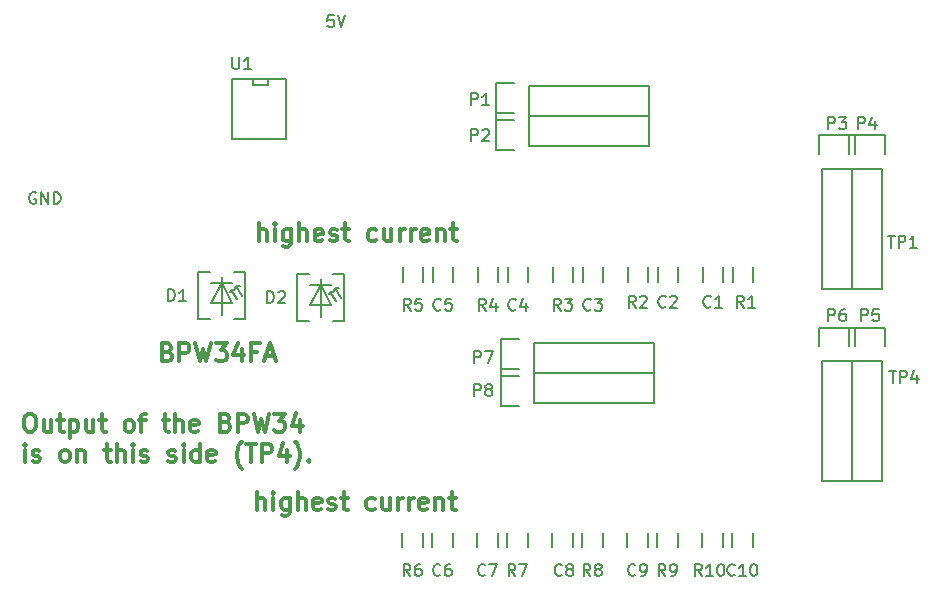
<source format=gbr>
G04 #@! TF.FileFunction,Legend,Top*
%FSLAX46Y46*%
G04 Gerber Fmt 4.6, Leading zero omitted, Abs format (unit mm)*
G04 Created by KiCad (PCBNEW 4.0.5+dfsg1-4) date Wed May  3 19:23:34 2017*
%MOMM*%
%LPD*%
G01*
G04 APERTURE LIST*
%ADD10C,0.100000*%
%ADD11C,0.300000*%
%ADD12C,0.150000*%
G04 APERTURE END LIST*
D10*
D11*
X130017286Y-124122571D02*
X130017286Y-122622571D01*
X130660143Y-124122571D02*
X130660143Y-123336857D01*
X130588714Y-123194000D01*
X130445857Y-123122571D01*
X130231572Y-123122571D01*
X130088714Y-123194000D01*
X130017286Y-123265429D01*
X131374429Y-124122571D02*
X131374429Y-123122571D01*
X131374429Y-122622571D02*
X131303000Y-122694000D01*
X131374429Y-122765429D01*
X131445857Y-122694000D01*
X131374429Y-122622571D01*
X131374429Y-122765429D01*
X132731572Y-123122571D02*
X132731572Y-124336857D01*
X132660143Y-124479714D01*
X132588715Y-124551143D01*
X132445858Y-124622571D01*
X132231572Y-124622571D01*
X132088715Y-124551143D01*
X132731572Y-124051143D02*
X132588715Y-124122571D01*
X132303001Y-124122571D01*
X132160143Y-124051143D01*
X132088715Y-123979714D01*
X132017286Y-123836857D01*
X132017286Y-123408286D01*
X132088715Y-123265429D01*
X132160143Y-123194000D01*
X132303001Y-123122571D01*
X132588715Y-123122571D01*
X132731572Y-123194000D01*
X133445858Y-124122571D02*
X133445858Y-122622571D01*
X134088715Y-124122571D02*
X134088715Y-123336857D01*
X134017286Y-123194000D01*
X133874429Y-123122571D01*
X133660144Y-123122571D01*
X133517286Y-123194000D01*
X133445858Y-123265429D01*
X135374429Y-124051143D02*
X135231572Y-124122571D01*
X134945858Y-124122571D01*
X134803001Y-124051143D01*
X134731572Y-123908286D01*
X134731572Y-123336857D01*
X134803001Y-123194000D01*
X134945858Y-123122571D01*
X135231572Y-123122571D01*
X135374429Y-123194000D01*
X135445858Y-123336857D01*
X135445858Y-123479714D01*
X134731572Y-123622571D01*
X136017286Y-124051143D02*
X136160143Y-124122571D01*
X136445858Y-124122571D01*
X136588715Y-124051143D01*
X136660143Y-123908286D01*
X136660143Y-123836857D01*
X136588715Y-123694000D01*
X136445858Y-123622571D01*
X136231572Y-123622571D01*
X136088715Y-123551143D01*
X136017286Y-123408286D01*
X136017286Y-123336857D01*
X136088715Y-123194000D01*
X136231572Y-123122571D01*
X136445858Y-123122571D01*
X136588715Y-123194000D01*
X137088715Y-123122571D02*
X137660144Y-123122571D01*
X137303001Y-122622571D02*
X137303001Y-123908286D01*
X137374429Y-124051143D01*
X137517287Y-124122571D01*
X137660144Y-124122571D01*
X139945858Y-124051143D02*
X139803001Y-124122571D01*
X139517287Y-124122571D01*
X139374429Y-124051143D01*
X139303001Y-123979714D01*
X139231572Y-123836857D01*
X139231572Y-123408286D01*
X139303001Y-123265429D01*
X139374429Y-123194000D01*
X139517287Y-123122571D01*
X139803001Y-123122571D01*
X139945858Y-123194000D01*
X141231572Y-123122571D02*
X141231572Y-124122571D01*
X140588715Y-123122571D02*
X140588715Y-123908286D01*
X140660143Y-124051143D01*
X140803001Y-124122571D01*
X141017286Y-124122571D01*
X141160143Y-124051143D01*
X141231572Y-123979714D01*
X141945858Y-124122571D02*
X141945858Y-123122571D01*
X141945858Y-123408286D02*
X142017286Y-123265429D01*
X142088715Y-123194000D01*
X142231572Y-123122571D01*
X142374429Y-123122571D01*
X142874429Y-124122571D02*
X142874429Y-123122571D01*
X142874429Y-123408286D02*
X142945857Y-123265429D01*
X143017286Y-123194000D01*
X143160143Y-123122571D01*
X143303000Y-123122571D01*
X144374428Y-124051143D02*
X144231571Y-124122571D01*
X143945857Y-124122571D01*
X143803000Y-124051143D01*
X143731571Y-123908286D01*
X143731571Y-123336857D01*
X143803000Y-123194000D01*
X143945857Y-123122571D01*
X144231571Y-123122571D01*
X144374428Y-123194000D01*
X144445857Y-123336857D01*
X144445857Y-123479714D01*
X143731571Y-123622571D01*
X145088714Y-123122571D02*
X145088714Y-124122571D01*
X145088714Y-123265429D02*
X145160142Y-123194000D01*
X145303000Y-123122571D01*
X145517285Y-123122571D01*
X145660142Y-123194000D01*
X145731571Y-123336857D01*
X145731571Y-124122571D01*
X146231571Y-123122571D02*
X146803000Y-123122571D01*
X146445857Y-122622571D02*
X146445857Y-123908286D01*
X146517285Y-124051143D01*
X146660143Y-124122571D01*
X146803000Y-124122571D01*
X130144286Y-101389571D02*
X130144286Y-99889571D01*
X130787143Y-101389571D02*
X130787143Y-100603857D01*
X130715714Y-100461000D01*
X130572857Y-100389571D01*
X130358572Y-100389571D01*
X130215714Y-100461000D01*
X130144286Y-100532429D01*
X131501429Y-101389571D02*
X131501429Y-100389571D01*
X131501429Y-99889571D02*
X131430000Y-99961000D01*
X131501429Y-100032429D01*
X131572857Y-99961000D01*
X131501429Y-99889571D01*
X131501429Y-100032429D01*
X132858572Y-100389571D02*
X132858572Y-101603857D01*
X132787143Y-101746714D01*
X132715715Y-101818143D01*
X132572858Y-101889571D01*
X132358572Y-101889571D01*
X132215715Y-101818143D01*
X132858572Y-101318143D02*
X132715715Y-101389571D01*
X132430001Y-101389571D01*
X132287143Y-101318143D01*
X132215715Y-101246714D01*
X132144286Y-101103857D01*
X132144286Y-100675286D01*
X132215715Y-100532429D01*
X132287143Y-100461000D01*
X132430001Y-100389571D01*
X132715715Y-100389571D01*
X132858572Y-100461000D01*
X133572858Y-101389571D02*
X133572858Y-99889571D01*
X134215715Y-101389571D02*
X134215715Y-100603857D01*
X134144286Y-100461000D01*
X134001429Y-100389571D01*
X133787144Y-100389571D01*
X133644286Y-100461000D01*
X133572858Y-100532429D01*
X135501429Y-101318143D02*
X135358572Y-101389571D01*
X135072858Y-101389571D01*
X134930001Y-101318143D01*
X134858572Y-101175286D01*
X134858572Y-100603857D01*
X134930001Y-100461000D01*
X135072858Y-100389571D01*
X135358572Y-100389571D01*
X135501429Y-100461000D01*
X135572858Y-100603857D01*
X135572858Y-100746714D01*
X134858572Y-100889571D01*
X136144286Y-101318143D02*
X136287143Y-101389571D01*
X136572858Y-101389571D01*
X136715715Y-101318143D01*
X136787143Y-101175286D01*
X136787143Y-101103857D01*
X136715715Y-100961000D01*
X136572858Y-100889571D01*
X136358572Y-100889571D01*
X136215715Y-100818143D01*
X136144286Y-100675286D01*
X136144286Y-100603857D01*
X136215715Y-100461000D01*
X136358572Y-100389571D01*
X136572858Y-100389571D01*
X136715715Y-100461000D01*
X137215715Y-100389571D02*
X137787144Y-100389571D01*
X137430001Y-99889571D02*
X137430001Y-101175286D01*
X137501429Y-101318143D01*
X137644287Y-101389571D01*
X137787144Y-101389571D01*
X140072858Y-101318143D02*
X139930001Y-101389571D01*
X139644287Y-101389571D01*
X139501429Y-101318143D01*
X139430001Y-101246714D01*
X139358572Y-101103857D01*
X139358572Y-100675286D01*
X139430001Y-100532429D01*
X139501429Y-100461000D01*
X139644287Y-100389571D01*
X139930001Y-100389571D01*
X140072858Y-100461000D01*
X141358572Y-100389571D02*
X141358572Y-101389571D01*
X140715715Y-100389571D02*
X140715715Y-101175286D01*
X140787143Y-101318143D01*
X140930001Y-101389571D01*
X141144286Y-101389571D01*
X141287143Y-101318143D01*
X141358572Y-101246714D01*
X142072858Y-101389571D02*
X142072858Y-100389571D01*
X142072858Y-100675286D02*
X142144286Y-100532429D01*
X142215715Y-100461000D01*
X142358572Y-100389571D01*
X142501429Y-100389571D01*
X143001429Y-101389571D02*
X143001429Y-100389571D01*
X143001429Y-100675286D02*
X143072857Y-100532429D01*
X143144286Y-100461000D01*
X143287143Y-100389571D01*
X143430000Y-100389571D01*
X144501428Y-101318143D02*
X144358571Y-101389571D01*
X144072857Y-101389571D01*
X143930000Y-101318143D01*
X143858571Y-101175286D01*
X143858571Y-100603857D01*
X143930000Y-100461000D01*
X144072857Y-100389571D01*
X144358571Y-100389571D01*
X144501428Y-100461000D01*
X144572857Y-100603857D01*
X144572857Y-100746714D01*
X143858571Y-100889571D01*
X145215714Y-100389571D02*
X145215714Y-101389571D01*
X145215714Y-100532429D02*
X145287142Y-100461000D01*
X145430000Y-100389571D01*
X145644285Y-100389571D01*
X145787142Y-100461000D01*
X145858571Y-100603857D01*
X145858571Y-101389571D01*
X146358571Y-100389571D02*
X146930000Y-100389571D01*
X146572857Y-99889571D02*
X146572857Y-101175286D01*
X146644285Y-101318143D01*
X146787143Y-101389571D01*
X146930000Y-101389571D01*
X122404715Y-110763857D02*
X122619001Y-110835286D01*
X122690429Y-110906714D01*
X122761858Y-111049571D01*
X122761858Y-111263857D01*
X122690429Y-111406714D01*
X122619001Y-111478143D01*
X122476143Y-111549571D01*
X121904715Y-111549571D01*
X121904715Y-110049571D01*
X122404715Y-110049571D01*
X122547572Y-110121000D01*
X122619001Y-110192429D01*
X122690429Y-110335286D01*
X122690429Y-110478143D01*
X122619001Y-110621000D01*
X122547572Y-110692429D01*
X122404715Y-110763857D01*
X121904715Y-110763857D01*
X123404715Y-111549571D02*
X123404715Y-110049571D01*
X123976143Y-110049571D01*
X124119001Y-110121000D01*
X124190429Y-110192429D01*
X124261858Y-110335286D01*
X124261858Y-110549571D01*
X124190429Y-110692429D01*
X124119001Y-110763857D01*
X123976143Y-110835286D01*
X123404715Y-110835286D01*
X124761858Y-110049571D02*
X125119001Y-111549571D01*
X125404715Y-110478143D01*
X125690429Y-111549571D01*
X126047572Y-110049571D01*
X126476144Y-110049571D02*
X127404715Y-110049571D01*
X126904715Y-110621000D01*
X127119001Y-110621000D01*
X127261858Y-110692429D01*
X127333287Y-110763857D01*
X127404715Y-110906714D01*
X127404715Y-111263857D01*
X127333287Y-111406714D01*
X127261858Y-111478143D01*
X127119001Y-111549571D01*
X126690429Y-111549571D01*
X126547572Y-111478143D01*
X126476144Y-111406714D01*
X128690429Y-110549571D02*
X128690429Y-111549571D01*
X128333286Y-109978143D02*
X127976143Y-111049571D01*
X128904715Y-111049571D01*
X129976143Y-110763857D02*
X129476143Y-110763857D01*
X129476143Y-111549571D02*
X129476143Y-110049571D01*
X130190429Y-110049571D01*
X130690428Y-111121000D02*
X131404714Y-111121000D01*
X130547571Y-111549571D02*
X131047571Y-110049571D01*
X131547571Y-111549571D01*
X110624857Y-116013571D02*
X110910571Y-116013571D01*
X111053429Y-116085000D01*
X111196286Y-116227857D01*
X111267714Y-116513571D01*
X111267714Y-117013571D01*
X111196286Y-117299286D01*
X111053429Y-117442143D01*
X110910571Y-117513571D01*
X110624857Y-117513571D01*
X110482000Y-117442143D01*
X110339143Y-117299286D01*
X110267714Y-117013571D01*
X110267714Y-116513571D01*
X110339143Y-116227857D01*
X110482000Y-116085000D01*
X110624857Y-116013571D01*
X112553429Y-116513571D02*
X112553429Y-117513571D01*
X111910572Y-116513571D02*
X111910572Y-117299286D01*
X111982000Y-117442143D01*
X112124858Y-117513571D01*
X112339143Y-117513571D01*
X112482000Y-117442143D01*
X112553429Y-117370714D01*
X113053429Y-116513571D02*
X113624858Y-116513571D01*
X113267715Y-116013571D02*
X113267715Y-117299286D01*
X113339143Y-117442143D01*
X113482001Y-117513571D01*
X113624858Y-117513571D01*
X114124858Y-116513571D02*
X114124858Y-118013571D01*
X114124858Y-116585000D02*
X114267715Y-116513571D01*
X114553429Y-116513571D01*
X114696286Y-116585000D01*
X114767715Y-116656429D01*
X114839144Y-116799286D01*
X114839144Y-117227857D01*
X114767715Y-117370714D01*
X114696286Y-117442143D01*
X114553429Y-117513571D01*
X114267715Y-117513571D01*
X114124858Y-117442143D01*
X116124858Y-116513571D02*
X116124858Y-117513571D01*
X115482001Y-116513571D02*
X115482001Y-117299286D01*
X115553429Y-117442143D01*
X115696287Y-117513571D01*
X115910572Y-117513571D01*
X116053429Y-117442143D01*
X116124858Y-117370714D01*
X116624858Y-116513571D02*
X117196287Y-116513571D01*
X116839144Y-116013571D02*
X116839144Y-117299286D01*
X116910572Y-117442143D01*
X117053430Y-117513571D01*
X117196287Y-117513571D01*
X119053430Y-117513571D02*
X118910572Y-117442143D01*
X118839144Y-117370714D01*
X118767715Y-117227857D01*
X118767715Y-116799286D01*
X118839144Y-116656429D01*
X118910572Y-116585000D01*
X119053430Y-116513571D01*
X119267715Y-116513571D01*
X119410572Y-116585000D01*
X119482001Y-116656429D01*
X119553430Y-116799286D01*
X119553430Y-117227857D01*
X119482001Y-117370714D01*
X119410572Y-117442143D01*
X119267715Y-117513571D01*
X119053430Y-117513571D01*
X119982001Y-116513571D02*
X120553430Y-116513571D01*
X120196287Y-117513571D02*
X120196287Y-116227857D01*
X120267715Y-116085000D01*
X120410573Y-116013571D01*
X120553430Y-116013571D01*
X121982001Y-116513571D02*
X122553430Y-116513571D01*
X122196287Y-116013571D02*
X122196287Y-117299286D01*
X122267715Y-117442143D01*
X122410573Y-117513571D01*
X122553430Y-117513571D01*
X123053430Y-117513571D02*
X123053430Y-116013571D01*
X123696287Y-117513571D02*
X123696287Y-116727857D01*
X123624858Y-116585000D01*
X123482001Y-116513571D01*
X123267716Y-116513571D01*
X123124858Y-116585000D01*
X123053430Y-116656429D01*
X124982001Y-117442143D02*
X124839144Y-117513571D01*
X124553430Y-117513571D01*
X124410573Y-117442143D01*
X124339144Y-117299286D01*
X124339144Y-116727857D01*
X124410573Y-116585000D01*
X124553430Y-116513571D01*
X124839144Y-116513571D01*
X124982001Y-116585000D01*
X125053430Y-116727857D01*
X125053430Y-116870714D01*
X124339144Y-117013571D01*
X127339144Y-116727857D02*
X127553430Y-116799286D01*
X127624858Y-116870714D01*
X127696287Y-117013571D01*
X127696287Y-117227857D01*
X127624858Y-117370714D01*
X127553430Y-117442143D01*
X127410572Y-117513571D01*
X126839144Y-117513571D01*
X126839144Y-116013571D01*
X127339144Y-116013571D01*
X127482001Y-116085000D01*
X127553430Y-116156429D01*
X127624858Y-116299286D01*
X127624858Y-116442143D01*
X127553430Y-116585000D01*
X127482001Y-116656429D01*
X127339144Y-116727857D01*
X126839144Y-116727857D01*
X128339144Y-117513571D02*
X128339144Y-116013571D01*
X128910572Y-116013571D01*
X129053430Y-116085000D01*
X129124858Y-116156429D01*
X129196287Y-116299286D01*
X129196287Y-116513571D01*
X129124858Y-116656429D01*
X129053430Y-116727857D01*
X128910572Y-116799286D01*
X128339144Y-116799286D01*
X129696287Y-116013571D02*
X130053430Y-117513571D01*
X130339144Y-116442143D01*
X130624858Y-117513571D01*
X130982001Y-116013571D01*
X131410573Y-116013571D02*
X132339144Y-116013571D01*
X131839144Y-116585000D01*
X132053430Y-116585000D01*
X132196287Y-116656429D01*
X132267716Y-116727857D01*
X132339144Y-116870714D01*
X132339144Y-117227857D01*
X132267716Y-117370714D01*
X132196287Y-117442143D01*
X132053430Y-117513571D01*
X131624858Y-117513571D01*
X131482001Y-117442143D01*
X131410573Y-117370714D01*
X133624858Y-116513571D02*
X133624858Y-117513571D01*
X133267715Y-115942143D02*
X132910572Y-117013571D01*
X133839144Y-117013571D01*
X110339143Y-120063571D02*
X110339143Y-119063571D01*
X110339143Y-118563571D02*
X110267714Y-118635000D01*
X110339143Y-118706429D01*
X110410571Y-118635000D01*
X110339143Y-118563571D01*
X110339143Y-118706429D01*
X110982000Y-119992143D02*
X111124857Y-120063571D01*
X111410572Y-120063571D01*
X111553429Y-119992143D01*
X111624857Y-119849286D01*
X111624857Y-119777857D01*
X111553429Y-119635000D01*
X111410572Y-119563571D01*
X111196286Y-119563571D01*
X111053429Y-119492143D01*
X110982000Y-119349286D01*
X110982000Y-119277857D01*
X111053429Y-119135000D01*
X111196286Y-119063571D01*
X111410572Y-119063571D01*
X111553429Y-119135000D01*
X113624858Y-120063571D02*
X113482000Y-119992143D01*
X113410572Y-119920714D01*
X113339143Y-119777857D01*
X113339143Y-119349286D01*
X113410572Y-119206429D01*
X113482000Y-119135000D01*
X113624858Y-119063571D01*
X113839143Y-119063571D01*
X113982000Y-119135000D01*
X114053429Y-119206429D01*
X114124858Y-119349286D01*
X114124858Y-119777857D01*
X114053429Y-119920714D01*
X113982000Y-119992143D01*
X113839143Y-120063571D01*
X113624858Y-120063571D01*
X114767715Y-119063571D02*
X114767715Y-120063571D01*
X114767715Y-119206429D02*
X114839143Y-119135000D01*
X114982001Y-119063571D01*
X115196286Y-119063571D01*
X115339143Y-119135000D01*
X115410572Y-119277857D01*
X115410572Y-120063571D01*
X117053429Y-119063571D02*
X117624858Y-119063571D01*
X117267715Y-118563571D02*
X117267715Y-119849286D01*
X117339143Y-119992143D01*
X117482001Y-120063571D01*
X117624858Y-120063571D01*
X118124858Y-120063571D02*
X118124858Y-118563571D01*
X118767715Y-120063571D02*
X118767715Y-119277857D01*
X118696286Y-119135000D01*
X118553429Y-119063571D01*
X118339144Y-119063571D01*
X118196286Y-119135000D01*
X118124858Y-119206429D01*
X119482001Y-120063571D02*
X119482001Y-119063571D01*
X119482001Y-118563571D02*
X119410572Y-118635000D01*
X119482001Y-118706429D01*
X119553429Y-118635000D01*
X119482001Y-118563571D01*
X119482001Y-118706429D01*
X120124858Y-119992143D02*
X120267715Y-120063571D01*
X120553430Y-120063571D01*
X120696287Y-119992143D01*
X120767715Y-119849286D01*
X120767715Y-119777857D01*
X120696287Y-119635000D01*
X120553430Y-119563571D01*
X120339144Y-119563571D01*
X120196287Y-119492143D01*
X120124858Y-119349286D01*
X120124858Y-119277857D01*
X120196287Y-119135000D01*
X120339144Y-119063571D01*
X120553430Y-119063571D01*
X120696287Y-119135000D01*
X122482001Y-119992143D02*
X122624858Y-120063571D01*
X122910573Y-120063571D01*
X123053430Y-119992143D01*
X123124858Y-119849286D01*
X123124858Y-119777857D01*
X123053430Y-119635000D01*
X122910573Y-119563571D01*
X122696287Y-119563571D01*
X122553430Y-119492143D01*
X122482001Y-119349286D01*
X122482001Y-119277857D01*
X122553430Y-119135000D01*
X122696287Y-119063571D01*
X122910573Y-119063571D01*
X123053430Y-119135000D01*
X123767716Y-120063571D02*
X123767716Y-119063571D01*
X123767716Y-118563571D02*
X123696287Y-118635000D01*
X123767716Y-118706429D01*
X123839144Y-118635000D01*
X123767716Y-118563571D01*
X123767716Y-118706429D01*
X125124859Y-120063571D02*
X125124859Y-118563571D01*
X125124859Y-119992143D02*
X124982002Y-120063571D01*
X124696288Y-120063571D01*
X124553430Y-119992143D01*
X124482002Y-119920714D01*
X124410573Y-119777857D01*
X124410573Y-119349286D01*
X124482002Y-119206429D01*
X124553430Y-119135000D01*
X124696288Y-119063571D01*
X124982002Y-119063571D01*
X125124859Y-119135000D01*
X126410573Y-119992143D02*
X126267716Y-120063571D01*
X125982002Y-120063571D01*
X125839145Y-119992143D01*
X125767716Y-119849286D01*
X125767716Y-119277857D01*
X125839145Y-119135000D01*
X125982002Y-119063571D01*
X126267716Y-119063571D01*
X126410573Y-119135000D01*
X126482002Y-119277857D01*
X126482002Y-119420714D01*
X125767716Y-119563571D01*
X128696287Y-120635000D02*
X128624859Y-120563571D01*
X128482002Y-120349286D01*
X128410573Y-120206429D01*
X128339144Y-119992143D01*
X128267716Y-119635000D01*
X128267716Y-119349286D01*
X128339144Y-118992143D01*
X128410573Y-118777857D01*
X128482002Y-118635000D01*
X128624859Y-118420714D01*
X128696287Y-118349286D01*
X129053430Y-118563571D02*
X129910573Y-118563571D01*
X129482002Y-120063571D02*
X129482002Y-118563571D01*
X130410573Y-120063571D02*
X130410573Y-118563571D01*
X130982001Y-118563571D01*
X131124859Y-118635000D01*
X131196287Y-118706429D01*
X131267716Y-118849286D01*
X131267716Y-119063571D01*
X131196287Y-119206429D01*
X131124859Y-119277857D01*
X130982001Y-119349286D01*
X130410573Y-119349286D01*
X132553430Y-119063571D02*
X132553430Y-120063571D01*
X132196287Y-118492143D02*
X131839144Y-119563571D01*
X132767716Y-119563571D01*
X133196287Y-120635000D02*
X133267715Y-120563571D01*
X133410572Y-120349286D01*
X133482001Y-120206429D01*
X133553430Y-119992143D01*
X133624858Y-119635000D01*
X133624858Y-119349286D01*
X133553430Y-118992143D01*
X133482001Y-118777857D01*
X133410572Y-118635000D01*
X133267715Y-118420714D01*
X133196287Y-118349286D01*
X134339144Y-119920714D02*
X134410572Y-119992143D01*
X134339144Y-120063571D01*
X134267715Y-119992143D01*
X134339144Y-119920714D01*
X134339144Y-120063571D01*
D12*
X142317500Y-104803500D02*
X142317500Y-103603500D01*
X144067500Y-103603500D02*
X144067500Y-104803500D01*
X151765000Y-91085000D02*
X150215000Y-91085000D01*
X150215000Y-91085000D02*
X150215000Y-87985000D01*
X150215000Y-87985000D02*
X151765000Y-87985000D01*
X153035000Y-88265000D02*
X163195000Y-88265000D01*
X163195000Y-88265000D02*
X163195000Y-90805000D01*
X163195000Y-90805000D02*
X153035000Y-90805000D01*
X153035000Y-88265000D02*
X153035000Y-90805000D01*
X151765000Y-93625000D02*
X150215000Y-93625000D01*
X150215000Y-93625000D02*
X150215000Y-90525000D01*
X150215000Y-90525000D02*
X151765000Y-90525000D01*
X153035000Y-90805000D02*
X163195000Y-90805000D01*
X163195000Y-90805000D02*
X163195000Y-93345000D01*
X163195000Y-93345000D02*
X153035000Y-93345000D01*
X153035000Y-90805000D02*
X153035000Y-93345000D01*
X177520000Y-93980000D02*
X177520000Y-92430000D01*
X177520000Y-92430000D02*
X180620000Y-92430000D01*
X180620000Y-92430000D02*
X180620000Y-93980000D01*
X180340000Y-95250000D02*
X180340000Y-105410000D01*
X180340000Y-105410000D02*
X177800000Y-105410000D01*
X177800000Y-105410000D02*
X177800000Y-95250000D01*
X180340000Y-95250000D02*
X177800000Y-95250000D01*
X180060000Y-93980000D02*
X180060000Y-92430000D01*
X180060000Y-92430000D02*
X183160000Y-92430000D01*
X183160000Y-92430000D02*
X183160000Y-93980000D01*
X182880000Y-95250000D02*
X182880000Y-105410000D01*
X182880000Y-105410000D02*
X180340000Y-105410000D01*
X180340000Y-105410000D02*
X180340000Y-95250000D01*
X182880000Y-95250000D02*
X180340000Y-95250000D01*
X128200000Y-105200000D02*
X128100000Y-105400000D01*
X128200000Y-105200000D02*
X128500000Y-105200000D01*
X127800000Y-105500000D02*
X128000000Y-105500000D01*
X128000000Y-105500000D02*
X127800000Y-105500000D01*
X127800000Y-105500000D02*
X127700000Y-105700000D01*
X127800000Y-105500000D02*
X128300000Y-106300000D01*
X128200000Y-105200000D02*
X128700000Y-106000000D01*
X127900000Y-104900000D02*
X126100000Y-104900000D01*
X127000000Y-104900000D02*
X126100000Y-106600000D01*
X127000000Y-106600000D02*
X126100000Y-106600000D01*
X127900000Y-106600000D02*
X127000000Y-106600000D01*
X127000000Y-104900000D02*
X127900000Y-106600000D01*
X127000000Y-104400000D02*
X127000000Y-107500000D01*
X127000000Y-107500000D02*
X127000000Y-107600000D01*
X126000000Y-108000000D02*
X125000000Y-108000000D01*
X129000000Y-108000000D02*
X128000000Y-108000000D01*
X126000000Y-104000000D02*
X125000000Y-104000000D01*
X129000000Y-104000000D02*
X129000000Y-108000000D01*
X125000000Y-104000000D02*
X125000000Y-108000000D01*
X129000000Y-104000000D02*
X128000000Y-104000000D01*
X136582000Y-105372000D02*
X136482000Y-105572000D01*
X136582000Y-105372000D02*
X136882000Y-105372000D01*
X136182000Y-105672000D02*
X136382000Y-105672000D01*
X136382000Y-105672000D02*
X136182000Y-105672000D01*
X136182000Y-105672000D02*
X136082000Y-105872000D01*
X136182000Y-105672000D02*
X136682000Y-106472000D01*
X136582000Y-105372000D02*
X137082000Y-106172000D01*
X136282000Y-105072000D02*
X134482000Y-105072000D01*
X135382000Y-105072000D02*
X134482000Y-106772000D01*
X135382000Y-106772000D02*
X134482000Y-106772000D01*
X136282000Y-106772000D02*
X135382000Y-106772000D01*
X135382000Y-105072000D02*
X136282000Y-106772000D01*
X135382000Y-104572000D02*
X135382000Y-107672000D01*
X135382000Y-107672000D02*
X135382000Y-107772000D01*
X134382000Y-108172000D02*
X133382000Y-108172000D01*
X137382000Y-108172000D02*
X136382000Y-108172000D01*
X134382000Y-104172000D02*
X133382000Y-104172000D01*
X137382000Y-104172000D02*
X137382000Y-108172000D01*
X133382000Y-104172000D02*
X133382000Y-108172000D01*
X137382000Y-104172000D02*
X136382000Y-104172000D01*
X180077000Y-110252000D02*
X180077000Y-108702000D01*
X180077000Y-108702000D02*
X183177000Y-108702000D01*
X183177000Y-108702000D02*
X183177000Y-110252000D01*
X182897000Y-111522000D02*
X182897000Y-121682000D01*
X182897000Y-121682000D02*
X180357000Y-121682000D01*
X180357000Y-121682000D02*
X180357000Y-111522000D01*
X182897000Y-111522000D02*
X180357000Y-111522000D01*
X177537000Y-110252000D02*
X177537000Y-108702000D01*
X177537000Y-108702000D02*
X180637000Y-108702000D01*
X180637000Y-108702000D02*
X180637000Y-110252000D01*
X180357000Y-111522000D02*
X180357000Y-121682000D01*
X180357000Y-121682000D02*
X177817000Y-121682000D01*
X177817000Y-121682000D02*
X177817000Y-111522000D01*
X180357000Y-111522000D02*
X177817000Y-111522000D01*
X152146000Y-112802000D02*
X150596000Y-112802000D01*
X150596000Y-112802000D02*
X150596000Y-109702000D01*
X150596000Y-109702000D02*
X152146000Y-109702000D01*
X153416000Y-109982000D02*
X163576000Y-109982000D01*
X163576000Y-109982000D02*
X163576000Y-112522000D01*
X163576000Y-112522000D02*
X153416000Y-112522000D01*
X153416000Y-109982000D02*
X153416000Y-112522000D01*
X152146000Y-115342000D02*
X150596000Y-115342000D01*
X150596000Y-115342000D02*
X150596000Y-112242000D01*
X150596000Y-112242000D02*
X152146000Y-112242000D01*
X153416000Y-112522000D02*
X163576000Y-112522000D01*
X163576000Y-112522000D02*
X163576000Y-115062000D01*
X163576000Y-115062000D02*
X153416000Y-115062000D01*
X153416000Y-112522000D02*
X153416000Y-115062000D01*
X167669000Y-127281000D02*
X167669000Y-126081000D01*
X169419000Y-126081000D02*
X169419000Y-127281000D01*
X170257500Y-104803500D02*
X170257500Y-103603500D01*
X172007500Y-103603500D02*
X172007500Y-104803500D01*
X161367500Y-104803500D02*
X161367500Y-103603500D01*
X163117500Y-103603500D02*
X163117500Y-104803500D01*
X155017500Y-104803500D02*
X155017500Y-103603500D01*
X156767500Y-103603500D02*
X156767500Y-104803500D01*
X148667500Y-104803500D02*
X148667500Y-103603500D01*
X150417500Y-103603500D02*
X150417500Y-104803500D01*
X142269000Y-127281000D02*
X142269000Y-126081000D01*
X144019000Y-126081000D02*
X144019000Y-127281000D01*
X151159000Y-127281000D02*
X151159000Y-126081000D01*
X152909000Y-126081000D02*
X152909000Y-127281000D01*
X157509000Y-127281000D02*
X157509000Y-126081000D01*
X159259000Y-126081000D02*
X159259000Y-127281000D01*
X163859000Y-127281000D02*
X163859000Y-126081000D01*
X165609000Y-126081000D02*
X165609000Y-127281000D01*
X167717500Y-104803500D02*
X167717500Y-103603500D01*
X169467500Y-103603500D02*
X169467500Y-104803500D01*
X163907500Y-104803500D02*
X163907500Y-103603500D01*
X165657500Y-103603500D02*
X165657500Y-104803500D01*
X157557500Y-104803500D02*
X157557500Y-103603500D01*
X159307500Y-103603500D02*
X159307500Y-104803500D01*
X151207500Y-104803500D02*
X151207500Y-103603500D01*
X152957500Y-103603500D02*
X152957500Y-104803500D01*
X144857500Y-104803500D02*
X144857500Y-103603500D01*
X146607500Y-103603500D02*
X146607500Y-104803500D01*
X144809000Y-127281000D02*
X144809000Y-126081000D01*
X146559000Y-126081000D02*
X146559000Y-127281000D01*
X148619000Y-127281000D02*
X148619000Y-126081000D01*
X150369000Y-126081000D02*
X150369000Y-127281000D01*
X161319000Y-127281000D02*
X161319000Y-126081000D01*
X163069000Y-126081000D02*
X163069000Y-127281000D01*
X170209000Y-127281000D02*
X170209000Y-126081000D01*
X171959000Y-126081000D02*
X171959000Y-127281000D01*
X132461000Y-87630000D02*
X132461000Y-92710000D01*
X132461000Y-92710000D02*
X127889000Y-92710000D01*
X127889000Y-92710000D02*
X127889000Y-87630000D01*
X127889000Y-87630000D02*
X132461000Y-87630000D01*
X130937000Y-87630000D02*
X130937000Y-88138000D01*
X130937000Y-88138000D02*
X129667000Y-88138000D01*
X129667000Y-88138000D02*
X129667000Y-87630000D01*
X154964000Y-127266000D02*
X154964000Y-126066000D01*
X156714000Y-126066000D02*
X156714000Y-127266000D01*
X142994834Y-107260881D02*
X142661500Y-106784690D01*
X142423405Y-107260881D02*
X142423405Y-106260881D01*
X142804358Y-106260881D01*
X142899596Y-106308500D01*
X142947215Y-106356119D01*
X142994834Y-106451357D01*
X142994834Y-106594214D01*
X142947215Y-106689452D01*
X142899596Y-106737071D01*
X142804358Y-106784690D01*
X142423405Y-106784690D01*
X143899596Y-106260881D02*
X143423405Y-106260881D01*
X143375786Y-106737071D01*
X143423405Y-106689452D01*
X143518643Y-106641833D01*
X143756739Y-106641833D01*
X143851977Y-106689452D01*
X143899596Y-106737071D01*
X143947215Y-106832310D01*
X143947215Y-107070405D01*
X143899596Y-107165643D01*
X143851977Y-107213262D01*
X143756739Y-107260881D01*
X143518643Y-107260881D01*
X143423405Y-107213262D01*
X143375786Y-107165643D01*
X148105905Y-89860381D02*
X148105905Y-88860381D01*
X148486858Y-88860381D01*
X148582096Y-88908000D01*
X148629715Y-88955619D01*
X148677334Y-89050857D01*
X148677334Y-89193714D01*
X148629715Y-89288952D01*
X148582096Y-89336571D01*
X148486858Y-89384190D01*
X148105905Y-89384190D01*
X149629715Y-89860381D02*
X149058286Y-89860381D01*
X149344000Y-89860381D02*
X149344000Y-88860381D01*
X149248762Y-89003238D01*
X149153524Y-89098476D01*
X149058286Y-89146095D01*
X148105905Y-92908381D02*
X148105905Y-91908381D01*
X148486858Y-91908381D01*
X148582096Y-91956000D01*
X148629715Y-92003619D01*
X148677334Y-92098857D01*
X148677334Y-92241714D01*
X148629715Y-92336952D01*
X148582096Y-92384571D01*
X148486858Y-92432190D01*
X148105905Y-92432190D01*
X149058286Y-92003619D02*
X149105905Y-91956000D01*
X149201143Y-91908381D01*
X149439239Y-91908381D01*
X149534477Y-91956000D01*
X149582096Y-92003619D01*
X149629715Y-92098857D01*
X149629715Y-92194095D01*
X149582096Y-92336952D01*
X149010667Y-92908381D01*
X149629715Y-92908381D01*
X178331905Y-91892381D02*
X178331905Y-90892381D01*
X178712858Y-90892381D01*
X178808096Y-90940000D01*
X178855715Y-90987619D01*
X178903334Y-91082857D01*
X178903334Y-91225714D01*
X178855715Y-91320952D01*
X178808096Y-91368571D01*
X178712858Y-91416190D01*
X178331905Y-91416190D01*
X179236667Y-90892381D02*
X179855715Y-90892381D01*
X179522381Y-91273333D01*
X179665239Y-91273333D01*
X179760477Y-91320952D01*
X179808096Y-91368571D01*
X179855715Y-91463810D01*
X179855715Y-91701905D01*
X179808096Y-91797143D01*
X179760477Y-91844762D01*
X179665239Y-91892381D01*
X179379524Y-91892381D01*
X179284286Y-91844762D01*
X179236667Y-91797143D01*
X180871905Y-91892381D02*
X180871905Y-90892381D01*
X181252858Y-90892381D01*
X181348096Y-90940000D01*
X181395715Y-90987619D01*
X181443334Y-91082857D01*
X181443334Y-91225714D01*
X181395715Y-91320952D01*
X181348096Y-91368571D01*
X181252858Y-91416190D01*
X180871905Y-91416190D01*
X182300477Y-91225714D02*
X182300477Y-91892381D01*
X182062381Y-90844762D02*
X181824286Y-91559048D01*
X182443334Y-91559048D01*
X122451905Y-106452381D02*
X122451905Y-105452381D01*
X122690000Y-105452381D01*
X122832858Y-105500000D01*
X122928096Y-105595238D01*
X122975715Y-105690476D01*
X123023334Y-105880952D01*
X123023334Y-106023810D01*
X122975715Y-106214286D01*
X122928096Y-106309524D01*
X122832858Y-106404762D01*
X122690000Y-106452381D01*
X122451905Y-106452381D01*
X123975715Y-106452381D02*
X123404286Y-106452381D01*
X123690000Y-106452381D02*
X123690000Y-105452381D01*
X123594762Y-105595238D01*
X123499524Y-105690476D01*
X123404286Y-105738095D01*
X130833905Y-106624381D02*
X130833905Y-105624381D01*
X131072000Y-105624381D01*
X131214858Y-105672000D01*
X131310096Y-105767238D01*
X131357715Y-105862476D01*
X131405334Y-106052952D01*
X131405334Y-106195810D01*
X131357715Y-106386286D01*
X131310096Y-106481524D01*
X131214858Y-106576762D01*
X131072000Y-106624381D01*
X130833905Y-106624381D01*
X131786286Y-105719619D02*
X131833905Y-105672000D01*
X131929143Y-105624381D01*
X132167239Y-105624381D01*
X132262477Y-105672000D01*
X132310096Y-105719619D01*
X132357715Y-105814857D01*
X132357715Y-105910095D01*
X132310096Y-106052952D01*
X131738667Y-106624381D01*
X132357715Y-106624381D01*
X181125905Y-108148381D02*
X181125905Y-107148381D01*
X181506858Y-107148381D01*
X181602096Y-107196000D01*
X181649715Y-107243619D01*
X181697334Y-107338857D01*
X181697334Y-107481714D01*
X181649715Y-107576952D01*
X181602096Y-107624571D01*
X181506858Y-107672190D01*
X181125905Y-107672190D01*
X182602096Y-107148381D02*
X182125905Y-107148381D01*
X182078286Y-107624571D01*
X182125905Y-107576952D01*
X182221143Y-107529333D01*
X182459239Y-107529333D01*
X182554477Y-107576952D01*
X182602096Y-107624571D01*
X182649715Y-107719810D01*
X182649715Y-107957905D01*
X182602096Y-108053143D01*
X182554477Y-108100762D01*
X182459239Y-108148381D01*
X182221143Y-108148381D01*
X182125905Y-108100762D01*
X182078286Y-108053143D01*
X178331905Y-108148381D02*
X178331905Y-107148381D01*
X178712858Y-107148381D01*
X178808096Y-107196000D01*
X178855715Y-107243619D01*
X178903334Y-107338857D01*
X178903334Y-107481714D01*
X178855715Y-107576952D01*
X178808096Y-107624571D01*
X178712858Y-107672190D01*
X178331905Y-107672190D01*
X179760477Y-107148381D02*
X179570000Y-107148381D01*
X179474762Y-107196000D01*
X179427143Y-107243619D01*
X179331905Y-107386476D01*
X179284286Y-107576952D01*
X179284286Y-107957905D01*
X179331905Y-108053143D01*
X179379524Y-108100762D01*
X179474762Y-108148381D01*
X179665239Y-108148381D01*
X179760477Y-108100762D01*
X179808096Y-108053143D01*
X179855715Y-107957905D01*
X179855715Y-107719810D01*
X179808096Y-107624571D01*
X179760477Y-107576952D01*
X179665239Y-107529333D01*
X179474762Y-107529333D01*
X179379524Y-107576952D01*
X179331905Y-107624571D01*
X179284286Y-107719810D01*
X148359905Y-111704381D02*
X148359905Y-110704381D01*
X148740858Y-110704381D01*
X148836096Y-110752000D01*
X148883715Y-110799619D01*
X148931334Y-110894857D01*
X148931334Y-111037714D01*
X148883715Y-111132952D01*
X148836096Y-111180571D01*
X148740858Y-111228190D01*
X148359905Y-111228190D01*
X149264667Y-110704381D02*
X149931334Y-110704381D01*
X149502762Y-111704381D01*
X148359905Y-114498381D02*
X148359905Y-113498381D01*
X148740858Y-113498381D01*
X148836096Y-113546000D01*
X148883715Y-113593619D01*
X148931334Y-113688857D01*
X148931334Y-113831714D01*
X148883715Y-113926952D01*
X148836096Y-113974571D01*
X148740858Y-114022190D01*
X148359905Y-114022190D01*
X149502762Y-113926952D02*
X149407524Y-113879333D01*
X149359905Y-113831714D01*
X149312286Y-113736476D01*
X149312286Y-113688857D01*
X149359905Y-113593619D01*
X149407524Y-113546000D01*
X149502762Y-113498381D01*
X149693239Y-113498381D01*
X149788477Y-113546000D01*
X149836096Y-113593619D01*
X149883715Y-113688857D01*
X149883715Y-113736476D01*
X149836096Y-113831714D01*
X149788477Y-113879333D01*
X149693239Y-113926952D01*
X149502762Y-113926952D01*
X149407524Y-113974571D01*
X149359905Y-114022190D01*
X149312286Y-114117429D01*
X149312286Y-114307905D01*
X149359905Y-114403143D01*
X149407524Y-114450762D01*
X149502762Y-114498381D01*
X149693239Y-114498381D01*
X149788477Y-114450762D01*
X149836096Y-114403143D01*
X149883715Y-114307905D01*
X149883715Y-114117429D01*
X149836096Y-114022190D01*
X149788477Y-113974571D01*
X149693239Y-113926952D01*
X167632143Y-129738381D02*
X167298809Y-129262190D01*
X167060714Y-129738381D02*
X167060714Y-128738381D01*
X167441667Y-128738381D01*
X167536905Y-128786000D01*
X167584524Y-128833619D01*
X167632143Y-128928857D01*
X167632143Y-129071714D01*
X167584524Y-129166952D01*
X167536905Y-129214571D01*
X167441667Y-129262190D01*
X167060714Y-129262190D01*
X168584524Y-129738381D02*
X168013095Y-129738381D01*
X168298809Y-129738381D02*
X168298809Y-128738381D01*
X168203571Y-128881238D01*
X168108333Y-128976476D01*
X168013095Y-129024095D01*
X169203571Y-128738381D02*
X169298810Y-128738381D01*
X169394048Y-128786000D01*
X169441667Y-128833619D01*
X169489286Y-128928857D01*
X169536905Y-129119333D01*
X169536905Y-129357429D01*
X169489286Y-129547905D01*
X169441667Y-129643143D01*
X169394048Y-129690762D01*
X169298810Y-129738381D01*
X169203571Y-129738381D01*
X169108333Y-129690762D01*
X169060714Y-129643143D01*
X169013095Y-129547905D01*
X168965476Y-129357429D01*
X168965476Y-129119333D01*
X169013095Y-128928857D01*
X169060714Y-128833619D01*
X169108333Y-128786000D01*
X169203571Y-128738381D01*
X171188834Y-107006881D02*
X170855500Y-106530690D01*
X170617405Y-107006881D02*
X170617405Y-106006881D01*
X170998358Y-106006881D01*
X171093596Y-106054500D01*
X171141215Y-106102119D01*
X171188834Y-106197357D01*
X171188834Y-106340214D01*
X171141215Y-106435452D01*
X171093596Y-106483071D01*
X170998358Y-106530690D01*
X170617405Y-106530690D01*
X172141215Y-107006881D02*
X171569786Y-107006881D01*
X171855500Y-107006881D02*
X171855500Y-106006881D01*
X171760262Y-106149738D01*
X171665024Y-106244976D01*
X171569786Y-106292595D01*
X162044834Y-107006881D02*
X161711500Y-106530690D01*
X161473405Y-107006881D02*
X161473405Y-106006881D01*
X161854358Y-106006881D01*
X161949596Y-106054500D01*
X161997215Y-106102119D01*
X162044834Y-106197357D01*
X162044834Y-106340214D01*
X161997215Y-106435452D01*
X161949596Y-106483071D01*
X161854358Y-106530690D01*
X161473405Y-106530690D01*
X162425786Y-106102119D02*
X162473405Y-106054500D01*
X162568643Y-106006881D01*
X162806739Y-106006881D01*
X162901977Y-106054500D01*
X162949596Y-106102119D01*
X162997215Y-106197357D01*
X162997215Y-106292595D01*
X162949596Y-106435452D01*
X162378167Y-107006881D01*
X162997215Y-107006881D01*
X155694834Y-107260881D02*
X155361500Y-106784690D01*
X155123405Y-107260881D02*
X155123405Y-106260881D01*
X155504358Y-106260881D01*
X155599596Y-106308500D01*
X155647215Y-106356119D01*
X155694834Y-106451357D01*
X155694834Y-106594214D01*
X155647215Y-106689452D01*
X155599596Y-106737071D01*
X155504358Y-106784690D01*
X155123405Y-106784690D01*
X156028167Y-106260881D02*
X156647215Y-106260881D01*
X156313881Y-106641833D01*
X156456739Y-106641833D01*
X156551977Y-106689452D01*
X156599596Y-106737071D01*
X156647215Y-106832310D01*
X156647215Y-107070405D01*
X156599596Y-107165643D01*
X156551977Y-107213262D01*
X156456739Y-107260881D01*
X156171024Y-107260881D01*
X156075786Y-107213262D01*
X156028167Y-107165643D01*
X149344834Y-107260881D02*
X149011500Y-106784690D01*
X148773405Y-107260881D02*
X148773405Y-106260881D01*
X149154358Y-106260881D01*
X149249596Y-106308500D01*
X149297215Y-106356119D01*
X149344834Y-106451357D01*
X149344834Y-106594214D01*
X149297215Y-106689452D01*
X149249596Y-106737071D01*
X149154358Y-106784690D01*
X148773405Y-106784690D01*
X150201977Y-106594214D02*
X150201977Y-107260881D01*
X149963881Y-106213262D02*
X149725786Y-106927548D01*
X150344834Y-106927548D01*
X142962334Y-129738381D02*
X142629000Y-129262190D01*
X142390905Y-129738381D02*
X142390905Y-128738381D01*
X142771858Y-128738381D01*
X142867096Y-128786000D01*
X142914715Y-128833619D01*
X142962334Y-128928857D01*
X142962334Y-129071714D01*
X142914715Y-129166952D01*
X142867096Y-129214571D01*
X142771858Y-129262190D01*
X142390905Y-129262190D01*
X143819477Y-128738381D02*
X143629000Y-128738381D01*
X143533762Y-128786000D01*
X143486143Y-128833619D01*
X143390905Y-128976476D01*
X143343286Y-129166952D01*
X143343286Y-129547905D01*
X143390905Y-129643143D01*
X143438524Y-129690762D01*
X143533762Y-129738381D01*
X143724239Y-129738381D01*
X143819477Y-129690762D01*
X143867096Y-129643143D01*
X143914715Y-129547905D01*
X143914715Y-129309810D01*
X143867096Y-129214571D01*
X143819477Y-129166952D01*
X143724239Y-129119333D01*
X143533762Y-129119333D01*
X143438524Y-129166952D01*
X143390905Y-129214571D01*
X143343286Y-129309810D01*
X151852334Y-129738381D02*
X151519000Y-129262190D01*
X151280905Y-129738381D02*
X151280905Y-128738381D01*
X151661858Y-128738381D01*
X151757096Y-128786000D01*
X151804715Y-128833619D01*
X151852334Y-128928857D01*
X151852334Y-129071714D01*
X151804715Y-129166952D01*
X151757096Y-129214571D01*
X151661858Y-129262190D01*
X151280905Y-129262190D01*
X152185667Y-128738381D02*
X152852334Y-128738381D01*
X152423762Y-129738381D01*
X158202334Y-129738381D02*
X157869000Y-129262190D01*
X157630905Y-129738381D02*
X157630905Y-128738381D01*
X158011858Y-128738381D01*
X158107096Y-128786000D01*
X158154715Y-128833619D01*
X158202334Y-128928857D01*
X158202334Y-129071714D01*
X158154715Y-129166952D01*
X158107096Y-129214571D01*
X158011858Y-129262190D01*
X157630905Y-129262190D01*
X158773762Y-129166952D02*
X158678524Y-129119333D01*
X158630905Y-129071714D01*
X158583286Y-128976476D01*
X158583286Y-128928857D01*
X158630905Y-128833619D01*
X158678524Y-128786000D01*
X158773762Y-128738381D01*
X158964239Y-128738381D01*
X159059477Y-128786000D01*
X159107096Y-128833619D01*
X159154715Y-128928857D01*
X159154715Y-128976476D01*
X159107096Y-129071714D01*
X159059477Y-129119333D01*
X158964239Y-129166952D01*
X158773762Y-129166952D01*
X158678524Y-129214571D01*
X158630905Y-129262190D01*
X158583286Y-129357429D01*
X158583286Y-129547905D01*
X158630905Y-129643143D01*
X158678524Y-129690762D01*
X158773762Y-129738381D01*
X158964239Y-129738381D01*
X159059477Y-129690762D01*
X159107096Y-129643143D01*
X159154715Y-129547905D01*
X159154715Y-129357429D01*
X159107096Y-129262190D01*
X159059477Y-129214571D01*
X158964239Y-129166952D01*
X164552334Y-129738381D02*
X164219000Y-129262190D01*
X163980905Y-129738381D02*
X163980905Y-128738381D01*
X164361858Y-128738381D01*
X164457096Y-128786000D01*
X164504715Y-128833619D01*
X164552334Y-128928857D01*
X164552334Y-129071714D01*
X164504715Y-129166952D01*
X164457096Y-129214571D01*
X164361858Y-129262190D01*
X163980905Y-129262190D01*
X165028524Y-129738381D02*
X165219000Y-129738381D01*
X165314239Y-129690762D01*
X165361858Y-129643143D01*
X165457096Y-129500286D01*
X165504715Y-129309810D01*
X165504715Y-128928857D01*
X165457096Y-128833619D01*
X165409477Y-128786000D01*
X165314239Y-128738381D01*
X165123762Y-128738381D01*
X165028524Y-128786000D01*
X164980905Y-128833619D01*
X164933286Y-128928857D01*
X164933286Y-129166952D01*
X164980905Y-129262190D01*
X165028524Y-129309810D01*
X165123762Y-129357429D01*
X165314239Y-129357429D01*
X165409477Y-129309810D01*
X165457096Y-129262190D01*
X165504715Y-129166952D01*
X168394834Y-106911643D02*
X168347215Y-106959262D01*
X168204358Y-107006881D01*
X168109120Y-107006881D01*
X167966262Y-106959262D01*
X167871024Y-106864024D01*
X167823405Y-106768786D01*
X167775786Y-106578310D01*
X167775786Y-106435452D01*
X167823405Y-106244976D01*
X167871024Y-106149738D01*
X167966262Y-106054500D01*
X168109120Y-106006881D01*
X168204358Y-106006881D01*
X168347215Y-106054500D01*
X168394834Y-106102119D01*
X169347215Y-107006881D02*
X168775786Y-107006881D01*
X169061500Y-107006881D02*
X169061500Y-106006881D01*
X168966262Y-106149738D01*
X168871024Y-106244976D01*
X168775786Y-106292595D01*
X164584834Y-106911643D02*
X164537215Y-106959262D01*
X164394358Y-107006881D01*
X164299120Y-107006881D01*
X164156262Y-106959262D01*
X164061024Y-106864024D01*
X164013405Y-106768786D01*
X163965786Y-106578310D01*
X163965786Y-106435452D01*
X164013405Y-106244976D01*
X164061024Y-106149738D01*
X164156262Y-106054500D01*
X164299120Y-106006881D01*
X164394358Y-106006881D01*
X164537215Y-106054500D01*
X164584834Y-106102119D01*
X164965786Y-106102119D02*
X165013405Y-106054500D01*
X165108643Y-106006881D01*
X165346739Y-106006881D01*
X165441977Y-106054500D01*
X165489596Y-106102119D01*
X165537215Y-106197357D01*
X165537215Y-106292595D01*
X165489596Y-106435452D01*
X164918167Y-107006881D01*
X165537215Y-107006881D01*
X158234834Y-107165643D02*
X158187215Y-107213262D01*
X158044358Y-107260881D01*
X157949120Y-107260881D01*
X157806262Y-107213262D01*
X157711024Y-107118024D01*
X157663405Y-107022786D01*
X157615786Y-106832310D01*
X157615786Y-106689452D01*
X157663405Y-106498976D01*
X157711024Y-106403738D01*
X157806262Y-106308500D01*
X157949120Y-106260881D01*
X158044358Y-106260881D01*
X158187215Y-106308500D01*
X158234834Y-106356119D01*
X158568167Y-106260881D02*
X159187215Y-106260881D01*
X158853881Y-106641833D01*
X158996739Y-106641833D01*
X159091977Y-106689452D01*
X159139596Y-106737071D01*
X159187215Y-106832310D01*
X159187215Y-107070405D01*
X159139596Y-107165643D01*
X159091977Y-107213262D01*
X158996739Y-107260881D01*
X158711024Y-107260881D01*
X158615786Y-107213262D01*
X158568167Y-107165643D01*
X151884834Y-107165643D02*
X151837215Y-107213262D01*
X151694358Y-107260881D01*
X151599120Y-107260881D01*
X151456262Y-107213262D01*
X151361024Y-107118024D01*
X151313405Y-107022786D01*
X151265786Y-106832310D01*
X151265786Y-106689452D01*
X151313405Y-106498976D01*
X151361024Y-106403738D01*
X151456262Y-106308500D01*
X151599120Y-106260881D01*
X151694358Y-106260881D01*
X151837215Y-106308500D01*
X151884834Y-106356119D01*
X152741977Y-106594214D02*
X152741977Y-107260881D01*
X152503881Y-106213262D02*
X152265786Y-106927548D01*
X152884834Y-106927548D01*
X145534834Y-107165643D02*
X145487215Y-107213262D01*
X145344358Y-107260881D01*
X145249120Y-107260881D01*
X145106262Y-107213262D01*
X145011024Y-107118024D01*
X144963405Y-107022786D01*
X144915786Y-106832310D01*
X144915786Y-106689452D01*
X144963405Y-106498976D01*
X145011024Y-106403738D01*
X145106262Y-106308500D01*
X145249120Y-106260881D01*
X145344358Y-106260881D01*
X145487215Y-106308500D01*
X145534834Y-106356119D01*
X146439596Y-106260881D02*
X145963405Y-106260881D01*
X145915786Y-106737071D01*
X145963405Y-106689452D01*
X146058643Y-106641833D01*
X146296739Y-106641833D01*
X146391977Y-106689452D01*
X146439596Y-106737071D01*
X146487215Y-106832310D01*
X146487215Y-107070405D01*
X146439596Y-107165643D01*
X146391977Y-107213262D01*
X146296739Y-107260881D01*
X146058643Y-107260881D01*
X145963405Y-107213262D01*
X145915786Y-107165643D01*
X145502334Y-129643143D02*
X145454715Y-129690762D01*
X145311858Y-129738381D01*
X145216620Y-129738381D01*
X145073762Y-129690762D01*
X144978524Y-129595524D01*
X144930905Y-129500286D01*
X144883286Y-129309810D01*
X144883286Y-129166952D01*
X144930905Y-128976476D01*
X144978524Y-128881238D01*
X145073762Y-128786000D01*
X145216620Y-128738381D01*
X145311858Y-128738381D01*
X145454715Y-128786000D01*
X145502334Y-128833619D01*
X146359477Y-128738381D02*
X146169000Y-128738381D01*
X146073762Y-128786000D01*
X146026143Y-128833619D01*
X145930905Y-128976476D01*
X145883286Y-129166952D01*
X145883286Y-129547905D01*
X145930905Y-129643143D01*
X145978524Y-129690762D01*
X146073762Y-129738381D01*
X146264239Y-129738381D01*
X146359477Y-129690762D01*
X146407096Y-129643143D01*
X146454715Y-129547905D01*
X146454715Y-129309810D01*
X146407096Y-129214571D01*
X146359477Y-129166952D01*
X146264239Y-129119333D01*
X146073762Y-129119333D01*
X145978524Y-129166952D01*
X145930905Y-129214571D01*
X145883286Y-129309810D01*
X149312334Y-129643143D02*
X149264715Y-129690762D01*
X149121858Y-129738381D01*
X149026620Y-129738381D01*
X148883762Y-129690762D01*
X148788524Y-129595524D01*
X148740905Y-129500286D01*
X148693286Y-129309810D01*
X148693286Y-129166952D01*
X148740905Y-128976476D01*
X148788524Y-128881238D01*
X148883762Y-128786000D01*
X149026620Y-128738381D01*
X149121858Y-128738381D01*
X149264715Y-128786000D01*
X149312334Y-128833619D01*
X149645667Y-128738381D02*
X150312334Y-128738381D01*
X149883762Y-129738381D01*
X162012334Y-129643143D02*
X161964715Y-129690762D01*
X161821858Y-129738381D01*
X161726620Y-129738381D01*
X161583762Y-129690762D01*
X161488524Y-129595524D01*
X161440905Y-129500286D01*
X161393286Y-129309810D01*
X161393286Y-129166952D01*
X161440905Y-128976476D01*
X161488524Y-128881238D01*
X161583762Y-128786000D01*
X161726620Y-128738381D01*
X161821858Y-128738381D01*
X161964715Y-128786000D01*
X162012334Y-128833619D01*
X162488524Y-129738381D02*
X162679000Y-129738381D01*
X162774239Y-129690762D01*
X162821858Y-129643143D01*
X162917096Y-129500286D01*
X162964715Y-129309810D01*
X162964715Y-128928857D01*
X162917096Y-128833619D01*
X162869477Y-128786000D01*
X162774239Y-128738381D01*
X162583762Y-128738381D01*
X162488524Y-128786000D01*
X162440905Y-128833619D01*
X162393286Y-128928857D01*
X162393286Y-129166952D01*
X162440905Y-129262190D01*
X162488524Y-129309810D01*
X162583762Y-129357429D01*
X162774239Y-129357429D01*
X162869477Y-129309810D01*
X162917096Y-129262190D01*
X162964715Y-129166952D01*
X170426143Y-129643143D02*
X170378524Y-129690762D01*
X170235667Y-129738381D01*
X170140429Y-129738381D01*
X169997571Y-129690762D01*
X169902333Y-129595524D01*
X169854714Y-129500286D01*
X169807095Y-129309810D01*
X169807095Y-129166952D01*
X169854714Y-128976476D01*
X169902333Y-128881238D01*
X169997571Y-128786000D01*
X170140429Y-128738381D01*
X170235667Y-128738381D01*
X170378524Y-128786000D01*
X170426143Y-128833619D01*
X171378524Y-129738381D02*
X170807095Y-129738381D01*
X171092809Y-129738381D02*
X171092809Y-128738381D01*
X170997571Y-128881238D01*
X170902333Y-128976476D01*
X170807095Y-129024095D01*
X171997571Y-128738381D02*
X172092810Y-128738381D01*
X172188048Y-128786000D01*
X172235667Y-128833619D01*
X172283286Y-128928857D01*
X172330905Y-129119333D01*
X172330905Y-129357429D01*
X172283286Y-129547905D01*
X172235667Y-129643143D01*
X172188048Y-129690762D01*
X172092810Y-129738381D01*
X171997571Y-129738381D01*
X171902333Y-129690762D01*
X171854714Y-129643143D01*
X171807095Y-129547905D01*
X171759476Y-129357429D01*
X171759476Y-129119333D01*
X171807095Y-128928857D01*
X171854714Y-128833619D01*
X171902333Y-128786000D01*
X171997571Y-128738381D01*
X127889095Y-85812381D02*
X127889095Y-86621905D01*
X127936714Y-86717143D01*
X127984333Y-86764762D01*
X128079571Y-86812381D01*
X128270048Y-86812381D01*
X128365286Y-86764762D01*
X128412905Y-86717143D01*
X128460524Y-86621905D01*
X128460524Y-85812381D01*
X129460524Y-86812381D02*
X128889095Y-86812381D01*
X129174809Y-86812381D02*
X129174809Y-85812381D01*
X129079571Y-85955238D01*
X128984333Y-86050476D01*
X128889095Y-86098095D01*
X183396095Y-100925381D02*
X183967524Y-100925381D01*
X183681809Y-101925381D02*
X183681809Y-100925381D01*
X184300857Y-101925381D02*
X184300857Y-100925381D01*
X184681810Y-100925381D01*
X184777048Y-100973000D01*
X184824667Y-101020619D01*
X184872286Y-101115857D01*
X184872286Y-101258714D01*
X184824667Y-101353952D01*
X184777048Y-101401571D01*
X184681810Y-101449190D01*
X184300857Y-101449190D01*
X185824667Y-101925381D02*
X185253238Y-101925381D01*
X185538952Y-101925381D02*
X185538952Y-100925381D01*
X185443714Y-101068238D01*
X185348476Y-101163476D01*
X185253238Y-101211095D01*
X136461524Y-82256381D02*
X135985333Y-82256381D01*
X135937714Y-82732571D01*
X135985333Y-82684952D01*
X136080571Y-82637333D01*
X136318667Y-82637333D01*
X136413905Y-82684952D01*
X136461524Y-82732571D01*
X136509143Y-82827810D01*
X136509143Y-83065905D01*
X136461524Y-83161143D01*
X136413905Y-83208762D01*
X136318667Y-83256381D01*
X136080571Y-83256381D01*
X135985333Y-83208762D01*
X135937714Y-83161143D01*
X136794857Y-82256381D02*
X137128190Y-83256381D01*
X137461524Y-82256381D01*
X111252096Y-97290000D02*
X111156858Y-97242381D01*
X111014001Y-97242381D01*
X110871143Y-97290000D01*
X110775905Y-97385238D01*
X110728286Y-97480476D01*
X110680667Y-97670952D01*
X110680667Y-97813810D01*
X110728286Y-98004286D01*
X110775905Y-98099524D01*
X110871143Y-98194762D01*
X111014001Y-98242381D01*
X111109239Y-98242381D01*
X111252096Y-98194762D01*
X111299715Y-98147143D01*
X111299715Y-97813810D01*
X111109239Y-97813810D01*
X111728286Y-98242381D02*
X111728286Y-97242381D01*
X112299715Y-98242381D01*
X112299715Y-97242381D01*
X112775905Y-98242381D02*
X112775905Y-97242381D01*
X113014000Y-97242381D01*
X113156858Y-97290000D01*
X113252096Y-97385238D01*
X113299715Y-97480476D01*
X113347334Y-97670952D01*
X113347334Y-97813810D01*
X113299715Y-98004286D01*
X113252096Y-98099524D01*
X113156858Y-98194762D01*
X113014000Y-98242381D01*
X112775905Y-98242381D01*
X183523095Y-112355381D02*
X184094524Y-112355381D01*
X183808809Y-113355381D02*
X183808809Y-112355381D01*
X184427857Y-113355381D02*
X184427857Y-112355381D01*
X184808810Y-112355381D01*
X184904048Y-112403000D01*
X184951667Y-112450619D01*
X184999286Y-112545857D01*
X184999286Y-112688714D01*
X184951667Y-112783952D01*
X184904048Y-112831571D01*
X184808810Y-112879190D01*
X184427857Y-112879190D01*
X185856429Y-112688714D02*
X185856429Y-113355381D01*
X185618333Y-112307762D02*
X185380238Y-113022048D01*
X185999286Y-113022048D01*
X155789334Y-129643143D02*
X155741715Y-129690762D01*
X155598858Y-129738381D01*
X155503620Y-129738381D01*
X155360762Y-129690762D01*
X155265524Y-129595524D01*
X155217905Y-129500286D01*
X155170286Y-129309810D01*
X155170286Y-129166952D01*
X155217905Y-128976476D01*
X155265524Y-128881238D01*
X155360762Y-128786000D01*
X155503620Y-128738381D01*
X155598858Y-128738381D01*
X155741715Y-128786000D01*
X155789334Y-128833619D01*
X156360762Y-129166952D02*
X156265524Y-129119333D01*
X156217905Y-129071714D01*
X156170286Y-128976476D01*
X156170286Y-128928857D01*
X156217905Y-128833619D01*
X156265524Y-128786000D01*
X156360762Y-128738381D01*
X156551239Y-128738381D01*
X156646477Y-128786000D01*
X156694096Y-128833619D01*
X156741715Y-128928857D01*
X156741715Y-128976476D01*
X156694096Y-129071714D01*
X156646477Y-129119333D01*
X156551239Y-129166952D01*
X156360762Y-129166952D01*
X156265524Y-129214571D01*
X156217905Y-129262190D01*
X156170286Y-129357429D01*
X156170286Y-129547905D01*
X156217905Y-129643143D01*
X156265524Y-129690762D01*
X156360762Y-129738381D01*
X156551239Y-129738381D01*
X156646477Y-129690762D01*
X156694096Y-129643143D01*
X156741715Y-129547905D01*
X156741715Y-129357429D01*
X156694096Y-129262190D01*
X156646477Y-129214571D01*
X156551239Y-129166952D01*
M02*

</source>
